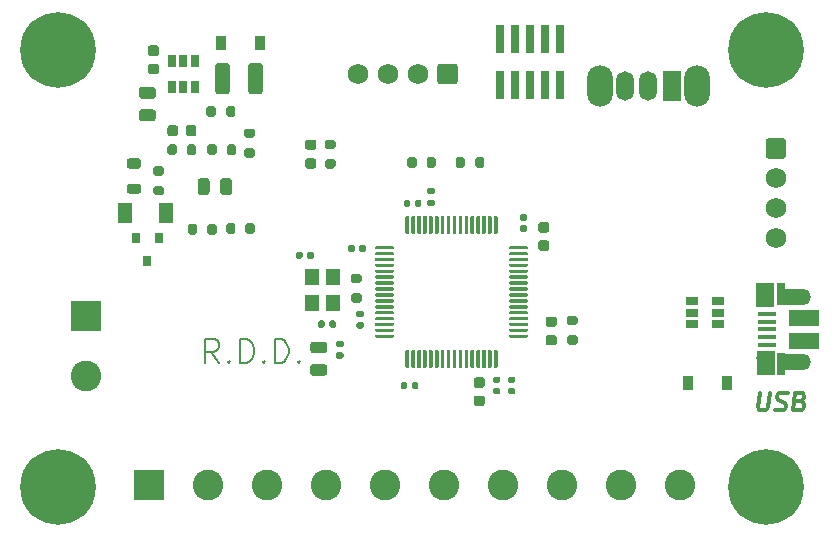
<source format=gbr>
%TF.GenerationSoftware,KiCad,Pcbnew,(5.1.9)-1*%
%TF.CreationDate,2021-03-08T12:26:08+05:30*%
%TF.ProjectId,STM32F4,53544d33-3246-4342-9e6b-696361645f70,rev?*%
%TF.SameCoordinates,Original*%
%TF.FileFunction,Soldermask,Top*%
%TF.FilePolarity,Negative*%
%FSLAX46Y46*%
G04 Gerber Fmt 4.6, Leading zero omitted, Abs format (unit mm)*
G04 Created by KiCad (PCBNEW (5.1.9)-1) date 2021-03-08 12:26:08*
%MOMM*%
%LPD*%
G01*
G04 APERTURE LIST*
%ADD10C,0.200000*%
%ADD11C,0.300000*%
%ADD12C,6.400000*%
%ADD13C,0.800000*%
%ADD14C,2.600000*%
%ADD15R,2.600000X2.600000*%
%ADD16R,0.740000X2.400000*%
%ADD17R,0.800000X0.900000*%
%ADD18R,0.650000X1.060000*%
%ADD19R,1.060000X0.650000*%
%ADD20R,1.200000X1.400000*%
%ADD21C,1.740000*%
%ADD22R,1.500000X2.500000*%
%ADD23O,1.500000X2.500000*%
%ADD24O,2.200000X3.500000*%
%ADD25R,2.000000X1.350000*%
%ADD26R,0.700000X1.825000*%
%ADD27R,1.500000X2.000000*%
%ADD28R,1.650000X0.400000*%
%ADD29O,1.500000X1.100000*%
%ADD30O,1.700000X1.350000*%
%ADD31R,2.500000X1.430000*%
%ADD32R,0.900000X1.200000*%
%ADD33R,1.300000X1.700000*%
G04 APERTURE END LIST*
D10*
X43640476Y-56454761D02*
X42973809Y-55502380D01*
X42497619Y-56454761D02*
X42497619Y-54454761D01*
X43259523Y-54454761D01*
X43450000Y-54550000D01*
X43545238Y-54645238D01*
X43640476Y-54835714D01*
X43640476Y-55121428D01*
X43545238Y-55311904D01*
X43450000Y-55407142D01*
X43259523Y-55502380D01*
X42497619Y-55502380D01*
X44497619Y-56264285D02*
X44592857Y-56359523D01*
X44497619Y-56454761D01*
X44402380Y-56359523D01*
X44497619Y-56264285D01*
X44497619Y-56454761D01*
X45450000Y-56454761D02*
X45450000Y-54454761D01*
X45926190Y-54454761D01*
X46211904Y-54550000D01*
X46402380Y-54740476D01*
X46497619Y-54930952D01*
X46592857Y-55311904D01*
X46592857Y-55597619D01*
X46497619Y-55978571D01*
X46402380Y-56169047D01*
X46211904Y-56359523D01*
X45926190Y-56454761D01*
X45450000Y-56454761D01*
X47450000Y-56264285D02*
X47545238Y-56359523D01*
X47450000Y-56454761D01*
X47354761Y-56359523D01*
X47450000Y-56264285D01*
X47450000Y-56454761D01*
X48402380Y-56454761D02*
X48402380Y-54454761D01*
X48878571Y-54454761D01*
X49164285Y-54550000D01*
X49354761Y-54740476D01*
X49450000Y-54930952D01*
X49545238Y-55311904D01*
X49545238Y-55597619D01*
X49450000Y-55978571D01*
X49354761Y-56169047D01*
X49164285Y-56359523D01*
X48878571Y-56454761D01*
X48402380Y-56454761D01*
X50402380Y-56264285D02*
X50497619Y-56359523D01*
X50402380Y-56454761D01*
X50307142Y-56359523D01*
X50402380Y-56264285D01*
X50402380Y-56454761D01*
D11*
X89438571Y-58978571D02*
X89286785Y-60192857D01*
X89340357Y-60335714D01*
X89402857Y-60407142D01*
X89536785Y-60478571D01*
X89822500Y-60478571D01*
X89974285Y-60407142D01*
X90054642Y-60335714D01*
X90143928Y-60192857D01*
X90295714Y-58978571D01*
X90760000Y-60407142D02*
X90965357Y-60478571D01*
X91322500Y-60478571D01*
X91474285Y-60407142D01*
X91554642Y-60335714D01*
X91643928Y-60192857D01*
X91661785Y-60050000D01*
X91608214Y-59907142D01*
X91545714Y-59835714D01*
X91411785Y-59764285D01*
X91135000Y-59692857D01*
X91001071Y-59621428D01*
X90938571Y-59550000D01*
X90885000Y-59407142D01*
X90902857Y-59264285D01*
X90992142Y-59121428D01*
X91072500Y-59050000D01*
X91224285Y-58978571D01*
X91581428Y-58978571D01*
X91786785Y-59050000D01*
X92849285Y-59692857D02*
X93054642Y-59764285D01*
X93117142Y-59835714D01*
X93170714Y-59978571D01*
X93143928Y-60192857D01*
X93054642Y-60335714D01*
X92974285Y-60407142D01*
X92822500Y-60478571D01*
X92251071Y-60478571D01*
X92438571Y-58978571D01*
X92938571Y-58978571D01*
X93072500Y-59050000D01*
X93135000Y-59121428D01*
X93188571Y-59264285D01*
X93170714Y-59407142D01*
X93081428Y-59550000D01*
X93001071Y-59621428D01*
X92849285Y-59692857D01*
X92349285Y-59692857D01*
%TO.C,C1*%
G36*
G01*
X37850000Y-31125000D02*
X38350000Y-31125000D01*
G75*
G02*
X38575000Y-31350000I0J-225000D01*
G01*
X38575000Y-31800000D01*
G75*
G02*
X38350000Y-32025000I-225000J0D01*
G01*
X37850000Y-32025000D01*
G75*
G02*
X37625000Y-31800000I0J225000D01*
G01*
X37625000Y-31350000D01*
G75*
G02*
X37850000Y-31125000I225000J0D01*
G01*
G37*
G36*
G01*
X37850000Y-29575000D02*
X38350000Y-29575000D01*
G75*
G02*
X38575000Y-29800000I0J-225000D01*
G01*
X38575000Y-30250000D01*
G75*
G02*
X38350000Y-30475000I-225000J0D01*
G01*
X37850000Y-30475000D01*
G75*
G02*
X37625000Y-30250000I0J225000D01*
G01*
X37625000Y-29800000D01*
G75*
G02*
X37850000Y-29575000I225000J0D01*
G01*
G37*
%TD*%
%TO.C,U3*%
G36*
G01*
X59436500Y-45481500D02*
X59436500Y-44081500D01*
G75*
G02*
X59511500Y-44006500I75000J0D01*
G01*
X59661500Y-44006500D01*
G75*
G02*
X59736500Y-44081500I0J-75000D01*
G01*
X59736500Y-45481500D01*
G75*
G02*
X59661500Y-45556500I-75000J0D01*
G01*
X59511500Y-45556500D01*
G75*
G02*
X59436500Y-45481500I0J75000D01*
G01*
G37*
G36*
G01*
X59936500Y-45481500D02*
X59936500Y-44081500D01*
G75*
G02*
X60011500Y-44006500I75000J0D01*
G01*
X60161500Y-44006500D01*
G75*
G02*
X60236500Y-44081500I0J-75000D01*
G01*
X60236500Y-45481500D01*
G75*
G02*
X60161500Y-45556500I-75000J0D01*
G01*
X60011500Y-45556500D01*
G75*
G02*
X59936500Y-45481500I0J75000D01*
G01*
G37*
G36*
G01*
X60436500Y-45481500D02*
X60436500Y-44081500D01*
G75*
G02*
X60511500Y-44006500I75000J0D01*
G01*
X60661500Y-44006500D01*
G75*
G02*
X60736500Y-44081500I0J-75000D01*
G01*
X60736500Y-45481500D01*
G75*
G02*
X60661500Y-45556500I-75000J0D01*
G01*
X60511500Y-45556500D01*
G75*
G02*
X60436500Y-45481500I0J75000D01*
G01*
G37*
G36*
G01*
X60936500Y-45481500D02*
X60936500Y-44081500D01*
G75*
G02*
X61011500Y-44006500I75000J0D01*
G01*
X61161500Y-44006500D01*
G75*
G02*
X61236500Y-44081500I0J-75000D01*
G01*
X61236500Y-45481500D01*
G75*
G02*
X61161500Y-45556500I-75000J0D01*
G01*
X61011500Y-45556500D01*
G75*
G02*
X60936500Y-45481500I0J75000D01*
G01*
G37*
G36*
G01*
X61436500Y-45481500D02*
X61436500Y-44081500D01*
G75*
G02*
X61511500Y-44006500I75000J0D01*
G01*
X61661500Y-44006500D01*
G75*
G02*
X61736500Y-44081500I0J-75000D01*
G01*
X61736500Y-45481500D01*
G75*
G02*
X61661500Y-45556500I-75000J0D01*
G01*
X61511500Y-45556500D01*
G75*
G02*
X61436500Y-45481500I0J75000D01*
G01*
G37*
G36*
G01*
X61936500Y-45481500D02*
X61936500Y-44081500D01*
G75*
G02*
X62011500Y-44006500I75000J0D01*
G01*
X62161500Y-44006500D01*
G75*
G02*
X62236500Y-44081500I0J-75000D01*
G01*
X62236500Y-45481500D01*
G75*
G02*
X62161500Y-45556500I-75000J0D01*
G01*
X62011500Y-45556500D01*
G75*
G02*
X61936500Y-45481500I0J75000D01*
G01*
G37*
G36*
G01*
X62436500Y-45481500D02*
X62436500Y-44081500D01*
G75*
G02*
X62511500Y-44006500I75000J0D01*
G01*
X62661500Y-44006500D01*
G75*
G02*
X62736500Y-44081500I0J-75000D01*
G01*
X62736500Y-45481500D01*
G75*
G02*
X62661500Y-45556500I-75000J0D01*
G01*
X62511500Y-45556500D01*
G75*
G02*
X62436500Y-45481500I0J75000D01*
G01*
G37*
G36*
G01*
X62936500Y-45481500D02*
X62936500Y-44081500D01*
G75*
G02*
X63011500Y-44006500I75000J0D01*
G01*
X63161500Y-44006500D01*
G75*
G02*
X63236500Y-44081500I0J-75000D01*
G01*
X63236500Y-45481500D01*
G75*
G02*
X63161500Y-45556500I-75000J0D01*
G01*
X63011500Y-45556500D01*
G75*
G02*
X62936500Y-45481500I0J75000D01*
G01*
G37*
G36*
G01*
X63436500Y-45481500D02*
X63436500Y-44081500D01*
G75*
G02*
X63511500Y-44006500I75000J0D01*
G01*
X63661500Y-44006500D01*
G75*
G02*
X63736500Y-44081500I0J-75000D01*
G01*
X63736500Y-45481500D01*
G75*
G02*
X63661500Y-45556500I-75000J0D01*
G01*
X63511500Y-45556500D01*
G75*
G02*
X63436500Y-45481500I0J75000D01*
G01*
G37*
G36*
G01*
X63936500Y-45481500D02*
X63936500Y-44081500D01*
G75*
G02*
X64011500Y-44006500I75000J0D01*
G01*
X64161500Y-44006500D01*
G75*
G02*
X64236500Y-44081500I0J-75000D01*
G01*
X64236500Y-45481500D01*
G75*
G02*
X64161500Y-45556500I-75000J0D01*
G01*
X64011500Y-45556500D01*
G75*
G02*
X63936500Y-45481500I0J75000D01*
G01*
G37*
G36*
G01*
X64436500Y-45481500D02*
X64436500Y-44081500D01*
G75*
G02*
X64511500Y-44006500I75000J0D01*
G01*
X64661500Y-44006500D01*
G75*
G02*
X64736500Y-44081500I0J-75000D01*
G01*
X64736500Y-45481500D01*
G75*
G02*
X64661500Y-45556500I-75000J0D01*
G01*
X64511500Y-45556500D01*
G75*
G02*
X64436500Y-45481500I0J75000D01*
G01*
G37*
G36*
G01*
X64936500Y-45481500D02*
X64936500Y-44081500D01*
G75*
G02*
X65011500Y-44006500I75000J0D01*
G01*
X65161500Y-44006500D01*
G75*
G02*
X65236500Y-44081500I0J-75000D01*
G01*
X65236500Y-45481500D01*
G75*
G02*
X65161500Y-45556500I-75000J0D01*
G01*
X65011500Y-45556500D01*
G75*
G02*
X64936500Y-45481500I0J75000D01*
G01*
G37*
G36*
G01*
X65436500Y-45481500D02*
X65436500Y-44081500D01*
G75*
G02*
X65511500Y-44006500I75000J0D01*
G01*
X65661500Y-44006500D01*
G75*
G02*
X65736500Y-44081500I0J-75000D01*
G01*
X65736500Y-45481500D01*
G75*
G02*
X65661500Y-45556500I-75000J0D01*
G01*
X65511500Y-45556500D01*
G75*
G02*
X65436500Y-45481500I0J75000D01*
G01*
G37*
G36*
G01*
X65936500Y-45481500D02*
X65936500Y-44081500D01*
G75*
G02*
X66011500Y-44006500I75000J0D01*
G01*
X66161500Y-44006500D01*
G75*
G02*
X66236500Y-44081500I0J-75000D01*
G01*
X66236500Y-45481500D01*
G75*
G02*
X66161500Y-45556500I-75000J0D01*
G01*
X66011500Y-45556500D01*
G75*
G02*
X65936500Y-45481500I0J75000D01*
G01*
G37*
G36*
G01*
X66436500Y-45481500D02*
X66436500Y-44081500D01*
G75*
G02*
X66511500Y-44006500I75000J0D01*
G01*
X66661500Y-44006500D01*
G75*
G02*
X66736500Y-44081500I0J-75000D01*
G01*
X66736500Y-45481500D01*
G75*
G02*
X66661500Y-45556500I-75000J0D01*
G01*
X66511500Y-45556500D01*
G75*
G02*
X66436500Y-45481500I0J75000D01*
G01*
G37*
G36*
G01*
X66936500Y-45481500D02*
X66936500Y-44081500D01*
G75*
G02*
X67011500Y-44006500I75000J0D01*
G01*
X67161500Y-44006500D01*
G75*
G02*
X67236500Y-44081500I0J-75000D01*
G01*
X67236500Y-45481500D01*
G75*
G02*
X67161500Y-45556500I-75000J0D01*
G01*
X67011500Y-45556500D01*
G75*
G02*
X66936500Y-45481500I0J75000D01*
G01*
G37*
G36*
G01*
X68236500Y-46781500D02*
X68236500Y-46631500D01*
G75*
G02*
X68311500Y-46556500I75000J0D01*
G01*
X69711500Y-46556500D01*
G75*
G02*
X69786500Y-46631500I0J-75000D01*
G01*
X69786500Y-46781500D01*
G75*
G02*
X69711500Y-46856500I-75000J0D01*
G01*
X68311500Y-46856500D01*
G75*
G02*
X68236500Y-46781500I0J75000D01*
G01*
G37*
G36*
G01*
X68236500Y-47281500D02*
X68236500Y-47131500D01*
G75*
G02*
X68311500Y-47056500I75000J0D01*
G01*
X69711500Y-47056500D01*
G75*
G02*
X69786500Y-47131500I0J-75000D01*
G01*
X69786500Y-47281500D01*
G75*
G02*
X69711500Y-47356500I-75000J0D01*
G01*
X68311500Y-47356500D01*
G75*
G02*
X68236500Y-47281500I0J75000D01*
G01*
G37*
G36*
G01*
X68236500Y-47781500D02*
X68236500Y-47631500D01*
G75*
G02*
X68311500Y-47556500I75000J0D01*
G01*
X69711500Y-47556500D01*
G75*
G02*
X69786500Y-47631500I0J-75000D01*
G01*
X69786500Y-47781500D01*
G75*
G02*
X69711500Y-47856500I-75000J0D01*
G01*
X68311500Y-47856500D01*
G75*
G02*
X68236500Y-47781500I0J75000D01*
G01*
G37*
G36*
G01*
X68236500Y-48281500D02*
X68236500Y-48131500D01*
G75*
G02*
X68311500Y-48056500I75000J0D01*
G01*
X69711500Y-48056500D01*
G75*
G02*
X69786500Y-48131500I0J-75000D01*
G01*
X69786500Y-48281500D01*
G75*
G02*
X69711500Y-48356500I-75000J0D01*
G01*
X68311500Y-48356500D01*
G75*
G02*
X68236500Y-48281500I0J75000D01*
G01*
G37*
G36*
G01*
X68236500Y-48781500D02*
X68236500Y-48631500D01*
G75*
G02*
X68311500Y-48556500I75000J0D01*
G01*
X69711500Y-48556500D01*
G75*
G02*
X69786500Y-48631500I0J-75000D01*
G01*
X69786500Y-48781500D01*
G75*
G02*
X69711500Y-48856500I-75000J0D01*
G01*
X68311500Y-48856500D01*
G75*
G02*
X68236500Y-48781500I0J75000D01*
G01*
G37*
G36*
G01*
X68236500Y-49281500D02*
X68236500Y-49131500D01*
G75*
G02*
X68311500Y-49056500I75000J0D01*
G01*
X69711500Y-49056500D01*
G75*
G02*
X69786500Y-49131500I0J-75000D01*
G01*
X69786500Y-49281500D01*
G75*
G02*
X69711500Y-49356500I-75000J0D01*
G01*
X68311500Y-49356500D01*
G75*
G02*
X68236500Y-49281500I0J75000D01*
G01*
G37*
G36*
G01*
X68236500Y-49781500D02*
X68236500Y-49631500D01*
G75*
G02*
X68311500Y-49556500I75000J0D01*
G01*
X69711500Y-49556500D01*
G75*
G02*
X69786500Y-49631500I0J-75000D01*
G01*
X69786500Y-49781500D01*
G75*
G02*
X69711500Y-49856500I-75000J0D01*
G01*
X68311500Y-49856500D01*
G75*
G02*
X68236500Y-49781500I0J75000D01*
G01*
G37*
G36*
G01*
X68236500Y-50281500D02*
X68236500Y-50131500D01*
G75*
G02*
X68311500Y-50056500I75000J0D01*
G01*
X69711500Y-50056500D01*
G75*
G02*
X69786500Y-50131500I0J-75000D01*
G01*
X69786500Y-50281500D01*
G75*
G02*
X69711500Y-50356500I-75000J0D01*
G01*
X68311500Y-50356500D01*
G75*
G02*
X68236500Y-50281500I0J75000D01*
G01*
G37*
G36*
G01*
X68236500Y-50781500D02*
X68236500Y-50631500D01*
G75*
G02*
X68311500Y-50556500I75000J0D01*
G01*
X69711500Y-50556500D01*
G75*
G02*
X69786500Y-50631500I0J-75000D01*
G01*
X69786500Y-50781500D01*
G75*
G02*
X69711500Y-50856500I-75000J0D01*
G01*
X68311500Y-50856500D01*
G75*
G02*
X68236500Y-50781500I0J75000D01*
G01*
G37*
G36*
G01*
X68236500Y-51281500D02*
X68236500Y-51131500D01*
G75*
G02*
X68311500Y-51056500I75000J0D01*
G01*
X69711500Y-51056500D01*
G75*
G02*
X69786500Y-51131500I0J-75000D01*
G01*
X69786500Y-51281500D01*
G75*
G02*
X69711500Y-51356500I-75000J0D01*
G01*
X68311500Y-51356500D01*
G75*
G02*
X68236500Y-51281500I0J75000D01*
G01*
G37*
G36*
G01*
X68236500Y-51781500D02*
X68236500Y-51631500D01*
G75*
G02*
X68311500Y-51556500I75000J0D01*
G01*
X69711500Y-51556500D01*
G75*
G02*
X69786500Y-51631500I0J-75000D01*
G01*
X69786500Y-51781500D01*
G75*
G02*
X69711500Y-51856500I-75000J0D01*
G01*
X68311500Y-51856500D01*
G75*
G02*
X68236500Y-51781500I0J75000D01*
G01*
G37*
G36*
G01*
X68236500Y-52281500D02*
X68236500Y-52131500D01*
G75*
G02*
X68311500Y-52056500I75000J0D01*
G01*
X69711500Y-52056500D01*
G75*
G02*
X69786500Y-52131500I0J-75000D01*
G01*
X69786500Y-52281500D01*
G75*
G02*
X69711500Y-52356500I-75000J0D01*
G01*
X68311500Y-52356500D01*
G75*
G02*
X68236500Y-52281500I0J75000D01*
G01*
G37*
G36*
G01*
X68236500Y-52781500D02*
X68236500Y-52631500D01*
G75*
G02*
X68311500Y-52556500I75000J0D01*
G01*
X69711500Y-52556500D01*
G75*
G02*
X69786500Y-52631500I0J-75000D01*
G01*
X69786500Y-52781500D01*
G75*
G02*
X69711500Y-52856500I-75000J0D01*
G01*
X68311500Y-52856500D01*
G75*
G02*
X68236500Y-52781500I0J75000D01*
G01*
G37*
G36*
G01*
X68236500Y-53281500D02*
X68236500Y-53131500D01*
G75*
G02*
X68311500Y-53056500I75000J0D01*
G01*
X69711500Y-53056500D01*
G75*
G02*
X69786500Y-53131500I0J-75000D01*
G01*
X69786500Y-53281500D01*
G75*
G02*
X69711500Y-53356500I-75000J0D01*
G01*
X68311500Y-53356500D01*
G75*
G02*
X68236500Y-53281500I0J75000D01*
G01*
G37*
G36*
G01*
X68236500Y-53781500D02*
X68236500Y-53631500D01*
G75*
G02*
X68311500Y-53556500I75000J0D01*
G01*
X69711500Y-53556500D01*
G75*
G02*
X69786500Y-53631500I0J-75000D01*
G01*
X69786500Y-53781500D01*
G75*
G02*
X69711500Y-53856500I-75000J0D01*
G01*
X68311500Y-53856500D01*
G75*
G02*
X68236500Y-53781500I0J75000D01*
G01*
G37*
G36*
G01*
X68236500Y-54281500D02*
X68236500Y-54131500D01*
G75*
G02*
X68311500Y-54056500I75000J0D01*
G01*
X69711500Y-54056500D01*
G75*
G02*
X69786500Y-54131500I0J-75000D01*
G01*
X69786500Y-54281500D01*
G75*
G02*
X69711500Y-54356500I-75000J0D01*
G01*
X68311500Y-54356500D01*
G75*
G02*
X68236500Y-54281500I0J75000D01*
G01*
G37*
G36*
G01*
X66936500Y-56831500D02*
X66936500Y-55431500D01*
G75*
G02*
X67011500Y-55356500I75000J0D01*
G01*
X67161500Y-55356500D01*
G75*
G02*
X67236500Y-55431500I0J-75000D01*
G01*
X67236500Y-56831500D01*
G75*
G02*
X67161500Y-56906500I-75000J0D01*
G01*
X67011500Y-56906500D01*
G75*
G02*
X66936500Y-56831500I0J75000D01*
G01*
G37*
G36*
G01*
X66436500Y-56831500D02*
X66436500Y-55431500D01*
G75*
G02*
X66511500Y-55356500I75000J0D01*
G01*
X66661500Y-55356500D01*
G75*
G02*
X66736500Y-55431500I0J-75000D01*
G01*
X66736500Y-56831500D01*
G75*
G02*
X66661500Y-56906500I-75000J0D01*
G01*
X66511500Y-56906500D01*
G75*
G02*
X66436500Y-56831500I0J75000D01*
G01*
G37*
G36*
G01*
X65936500Y-56831500D02*
X65936500Y-55431500D01*
G75*
G02*
X66011500Y-55356500I75000J0D01*
G01*
X66161500Y-55356500D01*
G75*
G02*
X66236500Y-55431500I0J-75000D01*
G01*
X66236500Y-56831500D01*
G75*
G02*
X66161500Y-56906500I-75000J0D01*
G01*
X66011500Y-56906500D01*
G75*
G02*
X65936500Y-56831500I0J75000D01*
G01*
G37*
G36*
G01*
X65436500Y-56831500D02*
X65436500Y-55431500D01*
G75*
G02*
X65511500Y-55356500I75000J0D01*
G01*
X65661500Y-55356500D01*
G75*
G02*
X65736500Y-55431500I0J-75000D01*
G01*
X65736500Y-56831500D01*
G75*
G02*
X65661500Y-56906500I-75000J0D01*
G01*
X65511500Y-56906500D01*
G75*
G02*
X65436500Y-56831500I0J75000D01*
G01*
G37*
G36*
G01*
X64936500Y-56831500D02*
X64936500Y-55431500D01*
G75*
G02*
X65011500Y-55356500I75000J0D01*
G01*
X65161500Y-55356500D01*
G75*
G02*
X65236500Y-55431500I0J-75000D01*
G01*
X65236500Y-56831500D01*
G75*
G02*
X65161500Y-56906500I-75000J0D01*
G01*
X65011500Y-56906500D01*
G75*
G02*
X64936500Y-56831500I0J75000D01*
G01*
G37*
G36*
G01*
X64436500Y-56831500D02*
X64436500Y-55431500D01*
G75*
G02*
X64511500Y-55356500I75000J0D01*
G01*
X64661500Y-55356500D01*
G75*
G02*
X64736500Y-55431500I0J-75000D01*
G01*
X64736500Y-56831500D01*
G75*
G02*
X64661500Y-56906500I-75000J0D01*
G01*
X64511500Y-56906500D01*
G75*
G02*
X64436500Y-56831500I0J75000D01*
G01*
G37*
G36*
G01*
X63936500Y-56831500D02*
X63936500Y-55431500D01*
G75*
G02*
X64011500Y-55356500I75000J0D01*
G01*
X64161500Y-55356500D01*
G75*
G02*
X64236500Y-55431500I0J-75000D01*
G01*
X64236500Y-56831500D01*
G75*
G02*
X64161500Y-56906500I-75000J0D01*
G01*
X64011500Y-56906500D01*
G75*
G02*
X63936500Y-56831500I0J75000D01*
G01*
G37*
G36*
G01*
X63436500Y-56831500D02*
X63436500Y-55431500D01*
G75*
G02*
X63511500Y-55356500I75000J0D01*
G01*
X63661500Y-55356500D01*
G75*
G02*
X63736500Y-55431500I0J-75000D01*
G01*
X63736500Y-56831500D01*
G75*
G02*
X63661500Y-56906500I-75000J0D01*
G01*
X63511500Y-56906500D01*
G75*
G02*
X63436500Y-56831500I0J75000D01*
G01*
G37*
G36*
G01*
X62936500Y-56831500D02*
X62936500Y-55431500D01*
G75*
G02*
X63011500Y-55356500I75000J0D01*
G01*
X63161500Y-55356500D01*
G75*
G02*
X63236500Y-55431500I0J-75000D01*
G01*
X63236500Y-56831500D01*
G75*
G02*
X63161500Y-56906500I-75000J0D01*
G01*
X63011500Y-56906500D01*
G75*
G02*
X62936500Y-56831500I0J75000D01*
G01*
G37*
G36*
G01*
X62436500Y-56831500D02*
X62436500Y-55431500D01*
G75*
G02*
X62511500Y-55356500I75000J0D01*
G01*
X62661500Y-55356500D01*
G75*
G02*
X62736500Y-55431500I0J-75000D01*
G01*
X62736500Y-56831500D01*
G75*
G02*
X62661500Y-56906500I-75000J0D01*
G01*
X62511500Y-56906500D01*
G75*
G02*
X62436500Y-56831500I0J75000D01*
G01*
G37*
G36*
G01*
X61936500Y-56831500D02*
X61936500Y-55431500D01*
G75*
G02*
X62011500Y-55356500I75000J0D01*
G01*
X62161500Y-55356500D01*
G75*
G02*
X62236500Y-55431500I0J-75000D01*
G01*
X62236500Y-56831500D01*
G75*
G02*
X62161500Y-56906500I-75000J0D01*
G01*
X62011500Y-56906500D01*
G75*
G02*
X61936500Y-56831500I0J75000D01*
G01*
G37*
G36*
G01*
X61436500Y-56831500D02*
X61436500Y-55431500D01*
G75*
G02*
X61511500Y-55356500I75000J0D01*
G01*
X61661500Y-55356500D01*
G75*
G02*
X61736500Y-55431500I0J-75000D01*
G01*
X61736500Y-56831500D01*
G75*
G02*
X61661500Y-56906500I-75000J0D01*
G01*
X61511500Y-56906500D01*
G75*
G02*
X61436500Y-56831500I0J75000D01*
G01*
G37*
G36*
G01*
X60936500Y-56831500D02*
X60936500Y-55431500D01*
G75*
G02*
X61011500Y-55356500I75000J0D01*
G01*
X61161500Y-55356500D01*
G75*
G02*
X61236500Y-55431500I0J-75000D01*
G01*
X61236500Y-56831500D01*
G75*
G02*
X61161500Y-56906500I-75000J0D01*
G01*
X61011500Y-56906500D01*
G75*
G02*
X60936500Y-56831500I0J75000D01*
G01*
G37*
G36*
G01*
X60436500Y-56831500D02*
X60436500Y-55431500D01*
G75*
G02*
X60511500Y-55356500I75000J0D01*
G01*
X60661500Y-55356500D01*
G75*
G02*
X60736500Y-55431500I0J-75000D01*
G01*
X60736500Y-56831500D01*
G75*
G02*
X60661500Y-56906500I-75000J0D01*
G01*
X60511500Y-56906500D01*
G75*
G02*
X60436500Y-56831500I0J75000D01*
G01*
G37*
G36*
G01*
X59936500Y-56831500D02*
X59936500Y-55431500D01*
G75*
G02*
X60011500Y-55356500I75000J0D01*
G01*
X60161500Y-55356500D01*
G75*
G02*
X60236500Y-55431500I0J-75000D01*
G01*
X60236500Y-56831500D01*
G75*
G02*
X60161500Y-56906500I-75000J0D01*
G01*
X60011500Y-56906500D01*
G75*
G02*
X59936500Y-56831500I0J75000D01*
G01*
G37*
G36*
G01*
X59436500Y-56831500D02*
X59436500Y-55431500D01*
G75*
G02*
X59511500Y-55356500I75000J0D01*
G01*
X59661500Y-55356500D01*
G75*
G02*
X59736500Y-55431500I0J-75000D01*
G01*
X59736500Y-56831500D01*
G75*
G02*
X59661500Y-56906500I-75000J0D01*
G01*
X59511500Y-56906500D01*
G75*
G02*
X59436500Y-56831500I0J75000D01*
G01*
G37*
G36*
G01*
X56886500Y-54281500D02*
X56886500Y-54131500D01*
G75*
G02*
X56961500Y-54056500I75000J0D01*
G01*
X58361500Y-54056500D01*
G75*
G02*
X58436500Y-54131500I0J-75000D01*
G01*
X58436500Y-54281500D01*
G75*
G02*
X58361500Y-54356500I-75000J0D01*
G01*
X56961500Y-54356500D01*
G75*
G02*
X56886500Y-54281500I0J75000D01*
G01*
G37*
G36*
G01*
X56886500Y-53781500D02*
X56886500Y-53631500D01*
G75*
G02*
X56961500Y-53556500I75000J0D01*
G01*
X58361500Y-53556500D01*
G75*
G02*
X58436500Y-53631500I0J-75000D01*
G01*
X58436500Y-53781500D01*
G75*
G02*
X58361500Y-53856500I-75000J0D01*
G01*
X56961500Y-53856500D01*
G75*
G02*
X56886500Y-53781500I0J75000D01*
G01*
G37*
G36*
G01*
X56886500Y-53281500D02*
X56886500Y-53131500D01*
G75*
G02*
X56961500Y-53056500I75000J0D01*
G01*
X58361500Y-53056500D01*
G75*
G02*
X58436500Y-53131500I0J-75000D01*
G01*
X58436500Y-53281500D01*
G75*
G02*
X58361500Y-53356500I-75000J0D01*
G01*
X56961500Y-53356500D01*
G75*
G02*
X56886500Y-53281500I0J75000D01*
G01*
G37*
G36*
G01*
X56886500Y-52781500D02*
X56886500Y-52631500D01*
G75*
G02*
X56961500Y-52556500I75000J0D01*
G01*
X58361500Y-52556500D01*
G75*
G02*
X58436500Y-52631500I0J-75000D01*
G01*
X58436500Y-52781500D01*
G75*
G02*
X58361500Y-52856500I-75000J0D01*
G01*
X56961500Y-52856500D01*
G75*
G02*
X56886500Y-52781500I0J75000D01*
G01*
G37*
G36*
G01*
X56886500Y-52281500D02*
X56886500Y-52131500D01*
G75*
G02*
X56961500Y-52056500I75000J0D01*
G01*
X58361500Y-52056500D01*
G75*
G02*
X58436500Y-52131500I0J-75000D01*
G01*
X58436500Y-52281500D01*
G75*
G02*
X58361500Y-52356500I-75000J0D01*
G01*
X56961500Y-52356500D01*
G75*
G02*
X56886500Y-52281500I0J75000D01*
G01*
G37*
G36*
G01*
X56886500Y-51781500D02*
X56886500Y-51631500D01*
G75*
G02*
X56961500Y-51556500I75000J0D01*
G01*
X58361500Y-51556500D01*
G75*
G02*
X58436500Y-51631500I0J-75000D01*
G01*
X58436500Y-51781500D01*
G75*
G02*
X58361500Y-51856500I-75000J0D01*
G01*
X56961500Y-51856500D01*
G75*
G02*
X56886500Y-51781500I0J75000D01*
G01*
G37*
G36*
G01*
X56886500Y-51281500D02*
X56886500Y-51131500D01*
G75*
G02*
X56961500Y-51056500I75000J0D01*
G01*
X58361500Y-51056500D01*
G75*
G02*
X58436500Y-51131500I0J-75000D01*
G01*
X58436500Y-51281500D01*
G75*
G02*
X58361500Y-51356500I-75000J0D01*
G01*
X56961500Y-51356500D01*
G75*
G02*
X56886500Y-51281500I0J75000D01*
G01*
G37*
G36*
G01*
X56886500Y-50781500D02*
X56886500Y-50631500D01*
G75*
G02*
X56961500Y-50556500I75000J0D01*
G01*
X58361500Y-50556500D01*
G75*
G02*
X58436500Y-50631500I0J-75000D01*
G01*
X58436500Y-50781500D01*
G75*
G02*
X58361500Y-50856500I-75000J0D01*
G01*
X56961500Y-50856500D01*
G75*
G02*
X56886500Y-50781500I0J75000D01*
G01*
G37*
G36*
G01*
X56886500Y-50281500D02*
X56886500Y-50131500D01*
G75*
G02*
X56961500Y-50056500I75000J0D01*
G01*
X58361500Y-50056500D01*
G75*
G02*
X58436500Y-50131500I0J-75000D01*
G01*
X58436500Y-50281500D01*
G75*
G02*
X58361500Y-50356500I-75000J0D01*
G01*
X56961500Y-50356500D01*
G75*
G02*
X56886500Y-50281500I0J75000D01*
G01*
G37*
G36*
G01*
X56886500Y-49781500D02*
X56886500Y-49631500D01*
G75*
G02*
X56961500Y-49556500I75000J0D01*
G01*
X58361500Y-49556500D01*
G75*
G02*
X58436500Y-49631500I0J-75000D01*
G01*
X58436500Y-49781500D01*
G75*
G02*
X58361500Y-49856500I-75000J0D01*
G01*
X56961500Y-49856500D01*
G75*
G02*
X56886500Y-49781500I0J75000D01*
G01*
G37*
G36*
G01*
X56886500Y-49281500D02*
X56886500Y-49131500D01*
G75*
G02*
X56961500Y-49056500I75000J0D01*
G01*
X58361500Y-49056500D01*
G75*
G02*
X58436500Y-49131500I0J-75000D01*
G01*
X58436500Y-49281500D01*
G75*
G02*
X58361500Y-49356500I-75000J0D01*
G01*
X56961500Y-49356500D01*
G75*
G02*
X56886500Y-49281500I0J75000D01*
G01*
G37*
G36*
G01*
X56886500Y-48781500D02*
X56886500Y-48631500D01*
G75*
G02*
X56961500Y-48556500I75000J0D01*
G01*
X58361500Y-48556500D01*
G75*
G02*
X58436500Y-48631500I0J-75000D01*
G01*
X58436500Y-48781500D01*
G75*
G02*
X58361500Y-48856500I-75000J0D01*
G01*
X56961500Y-48856500D01*
G75*
G02*
X56886500Y-48781500I0J75000D01*
G01*
G37*
G36*
G01*
X56886500Y-48281500D02*
X56886500Y-48131500D01*
G75*
G02*
X56961500Y-48056500I75000J0D01*
G01*
X58361500Y-48056500D01*
G75*
G02*
X58436500Y-48131500I0J-75000D01*
G01*
X58436500Y-48281500D01*
G75*
G02*
X58361500Y-48356500I-75000J0D01*
G01*
X56961500Y-48356500D01*
G75*
G02*
X56886500Y-48281500I0J75000D01*
G01*
G37*
G36*
G01*
X56886500Y-47781500D02*
X56886500Y-47631500D01*
G75*
G02*
X56961500Y-47556500I75000J0D01*
G01*
X58361500Y-47556500D01*
G75*
G02*
X58436500Y-47631500I0J-75000D01*
G01*
X58436500Y-47781500D01*
G75*
G02*
X58361500Y-47856500I-75000J0D01*
G01*
X56961500Y-47856500D01*
G75*
G02*
X56886500Y-47781500I0J75000D01*
G01*
G37*
G36*
G01*
X56886500Y-47281500D02*
X56886500Y-47131500D01*
G75*
G02*
X56961500Y-47056500I75000J0D01*
G01*
X58361500Y-47056500D01*
G75*
G02*
X58436500Y-47131500I0J-75000D01*
G01*
X58436500Y-47281500D01*
G75*
G02*
X58361500Y-47356500I-75000J0D01*
G01*
X56961500Y-47356500D01*
G75*
G02*
X56886500Y-47281500I0J75000D01*
G01*
G37*
G36*
G01*
X56886500Y-46781500D02*
X56886500Y-46631500D01*
G75*
G02*
X56961500Y-46556500I75000J0D01*
G01*
X58361500Y-46556500D01*
G75*
G02*
X58436500Y-46631500I0J-75000D01*
G01*
X58436500Y-46781500D01*
G75*
G02*
X58361500Y-46856500I-75000J0D01*
G01*
X56961500Y-46856500D01*
G75*
G02*
X56886500Y-46781500I0J75000D01*
G01*
G37*
%TD*%
D12*
%TO.C,H4*%
X90000000Y-67000000D03*
D13*
X92400000Y-67000000D03*
X91697056Y-68697056D03*
X90000000Y-69400000D03*
X88302944Y-68697056D03*
X87600000Y-67000000D03*
X88302944Y-65302944D03*
X90000000Y-64600000D03*
X91697056Y-65302944D03*
%TD*%
%TO.C,H3*%
X91697056Y-28302944D03*
X90000000Y-27600000D03*
X88302944Y-28302944D03*
X87600000Y-30000000D03*
X88302944Y-31697056D03*
X90000000Y-32400000D03*
X91697056Y-31697056D03*
X92400000Y-30000000D03*
D12*
X90000000Y-30000000D03*
%TD*%
D13*
%TO.C,H2*%
X31697056Y-28302944D03*
X30000000Y-27600000D03*
X28302944Y-28302944D03*
X27600000Y-30000000D03*
X28302944Y-31697056D03*
X30000000Y-32400000D03*
X31697056Y-31697056D03*
X32400000Y-30000000D03*
D12*
X30000000Y-30000000D03*
%TD*%
D13*
%TO.C,H1*%
X31697056Y-65302944D03*
X30000000Y-64600000D03*
X28302944Y-65302944D03*
X27600000Y-67000000D03*
X28302944Y-68697056D03*
X30000000Y-69400000D03*
X31697056Y-68697056D03*
X32400000Y-67000000D03*
D12*
X30000000Y-67000000D03*
%TD*%
%TO.C,C12*%
G36*
G01*
X55770000Y-52600000D02*
X55430000Y-52600000D01*
G75*
G02*
X55290000Y-52460000I0J140000D01*
G01*
X55290000Y-52180000D01*
G75*
G02*
X55430000Y-52040000I140000J0D01*
G01*
X55770000Y-52040000D01*
G75*
G02*
X55910000Y-52180000I0J-140000D01*
G01*
X55910000Y-52460000D01*
G75*
G02*
X55770000Y-52600000I-140000J0D01*
G01*
G37*
G36*
G01*
X55770000Y-53560000D02*
X55430000Y-53560000D01*
G75*
G02*
X55290000Y-53420000I0J140000D01*
G01*
X55290000Y-53140000D01*
G75*
G02*
X55430000Y-53000000I140000J0D01*
G01*
X55770000Y-53000000D01*
G75*
G02*
X55910000Y-53140000I0J-140000D01*
G01*
X55910000Y-53420000D01*
G75*
G02*
X55770000Y-53560000I-140000J0D01*
G01*
G37*
%TD*%
%TO.C,C2*%
G36*
G01*
X40188000Y-36550000D02*
X40188000Y-37050000D01*
G75*
G02*
X39963000Y-37275000I-225000J0D01*
G01*
X39513000Y-37275000D01*
G75*
G02*
X39288000Y-37050000I0J225000D01*
G01*
X39288000Y-36550000D01*
G75*
G02*
X39513000Y-36325000I225000J0D01*
G01*
X39963000Y-36325000D01*
G75*
G02*
X40188000Y-36550000I0J-225000D01*
G01*
G37*
G36*
G01*
X41738000Y-36550000D02*
X41738000Y-37050000D01*
G75*
G02*
X41513000Y-37275000I-225000J0D01*
G01*
X41063000Y-37275000D01*
G75*
G02*
X40838000Y-37050000I0J225000D01*
G01*
X40838000Y-36550000D01*
G75*
G02*
X41063000Y-36325000I225000J0D01*
G01*
X41513000Y-36325000D01*
G75*
G02*
X41738000Y-36550000I0J-225000D01*
G01*
G37*
%TD*%
%TO.C,R4*%
G36*
G01*
X44240000Y-35454000D02*
X44240000Y-34904000D01*
G75*
G02*
X44440000Y-34704000I200000J0D01*
G01*
X44840000Y-34704000D01*
G75*
G02*
X45040000Y-34904000I0J-200000D01*
G01*
X45040000Y-35454000D01*
G75*
G02*
X44840000Y-35654000I-200000J0D01*
G01*
X44440000Y-35654000D01*
G75*
G02*
X44240000Y-35454000I0J200000D01*
G01*
G37*
G36*
G01*
X42590000Y-35454000D02*
X42590000Y-34904000D01*
G75*
G02*
X42790000Y-34704000I200000J0D01*
G01*
X43190000Y-34704000D01*
G75*
G02*
X43390000Y-34904000I0J-200000D01*
G01*
X43390000Y-35454000D01*
G75*
G02*
X43190000Y-35654000I-200000J0D01*
G01*
X42790000Y-35654000D01*
G75*
G02*
X42590000Y-35454000I0J200000D01*
G01*
G37*
%TD*%
%TO.C,R3*%
G36*
G01*
X44304000Y-38692500D02*
X44304000Y-38142500D01*
G75*
G02*
X44504000Y-37942500I200000J0D01*
G01*
X44904000Y-37942500D01*
G75*
G02*
X45104000Y-38142500I0J-200000D01*
G01*
X45104000Y-38692500D01*
G75*
G02*
X44904000Y-38892500I-200000J0D01*
G01*
X44504000Y-38892500D01*
G75*
G02*
X44304000Y-38692500I0J200000D01*
G01*
G37*
G36*
G01*
X42654000Y-38692500D02*
X42654000Y-38142500D01*
G75*
G02*
X42854000Y-37942500I200000J0D01*
G01*
X43254000Y-37942500D01*
G75*
G02*
X43454000Y-38142500I0J-200000D01*
G01*
X43454000Y-38692500D01*
G75*
G02*
X43254000Y-38892500I-200000J0D01*
G01*
X42854000Y-38892500D01*
G75*
G02*
X42654000Y-38692500I0J200000D01*
G01*
G37*
%TD*%
%TO.C,R2*%
G36*
G01*
X41003000Y-45423500D02*
X41003000Y-44873500D01*
G75*
G02*
X41203000Y-44673500I200000J0D01*
G01*
X41603000Y-44673500D01*
G75*
G02*
X41803000Y-44873500I0J-200000D01*
G01*
X41803000Y-45423500D01*
G75*
G02*
X41603000Y-45623500I-200000J0D01*
G01*
X41203000Y-45623500D01*
G75*
G02*
X41003000Y-45423500I0J200000D01*
G01*
G37*
G36*
G01*
X42653000Y-45423500D02*
X42653000Y-44873500D01*
G75*
G02*
X42853000Y-44673500I200000J0D01*
G01*
X43253000Y-44673500D01*
G75*
G02*
X43453000Y-44873500I0J-200000D01*
G01*
X43453000Y-45423500D01*
G75*
G02*
X43253000Y-45623500I-200000J0D01*
G01*
X42853000Y-45623500D01*
G75*
G02*
X42653000Y-45423500I0J200000D01*
G01*
G37*
%TD*%
D14*
%TO.C,J1*%
X32385000Y-57531000D03*
D15*
X32385000Y-52451000D03*
%TD*%
D16*
%TO.C,J3*%
X72540000Y-29050000D03*
X72540000Y-32950000D03*
X71270000Y-29050000D03*
X71270000Y-32950000D03*
X70000000Y-29050000D03*
X70000000Y-32950000D03*
X68730000Y-29050000D03*
X68730000Y-32950000D03*
X67460000Y-29050000D03*
X67460000Y-32950000D03*
%TD*%
D17*
%TO.C,Q1*%
X37592000Y-47863000D03*
X36642000Y-45863000D03*
X38542000Y-45863000D03*
%TD*%
%TO.C,R13*%
G36*
G01*
X60375000Y-39225000D02*
X60375000Y-39775000D01*
G75*
G02*
X60175000Y-39975000I-200000J0D01*
G01*
X59775000Y-39975000D01*
G75*
G02*
X59575000Y-39775000I0J200000D01*
G01*
X59575000Y-39225000D01*
G75*
G02*
X59775000Y-39025000I200000J0D01*
G01*
X60175000Y-39025000D01*
G75*
G02*
X60375000Y-39225000I0J-200000D01*
G01*
G37*
G36*
G01*
X62025000Y-39225000D02*
X62025000Y-39775000D01*
G75*
G02*
X61825000Y-39975000I-200000J0D01*
G01*
X61425000Y-39975000D01*
G75*
G02*
X61225000Y-39775000I0J200000D01*
G01*
X61225000Y-39225000D01*
G75*
G02*
X61425000Y-39025000I200000J0D01*
G01*
X61825000Y-39025000D01*
G75*
G02*
X62025000Y-39225000I0J-200000D01*
G01*
G37*
%TD*%
D18*
%TO.C,U1*%
X39690000Y-33104000D03*
X40640000Y-33104000D03*
X41590000Y-33104000D03*
X41590000Y-30904000D03*
X39690000Y-30904000D03*
X40640000Y-30904000D03*
%TD*%
%TO.C,R1*%
G36*
G01*
X40088000Y-38142500D02*
X40088000Y-38692500D01*
G75*
G02*
X39888000Y-38892500I-200000J0D01*
G01*
X39488000Y-38892500D01*
G75*
G02*
X39288000Y-38692500I0J200000D01*
G01*
X39288000Y-38142500D01*
G75*
G02*
X39488000Y-37942500I200000J0D01*
G01*
X39888000Y-37942500D01*
G75*
G02*
X40088000Y-38142500I0J-200000D01*
G01*
G37*
G36*
G01*
X41738000Y-38142500D02*
X41738000Y-38692500D01*
G75*
G02*
X41538000Y-38892500I-200000J0D01*
G01*
X41138000Y-38892500D01*
G75*
G02*
X40938000Y-38692500I0J200000D01*
G01*
X40938000Y-38142500D01*
G75*
G02*
X41138000Y-37942500I200000J0D01*
G01*
X41538000Y-37942500D01*
G75*
G02*
X41738000Y-38142500I0J-200000D01*
G01*
G37*
%TD*%
%TO.C,R11*%
G36*
G01*
X55547000Y-49714000D02*
X54997000Y-49714000D01*
G75*
G02*
X54797000Y-49514000I0J200000D01*
G01*
X54797000Y-49114000D01*
G75*
G02*
X54997000Y-48914000I200000J0D01*
G01*
X55547000Y-48914000D01*
G75*
G02*
X55747000Y-49114000I0J-200000D01*
G01*
X55747000Y-49514000D01*
G75*
G02*
X55547000Y-49714000I-200000J0D01*
G01*
G37*
G36*
G01*
X55547000Y-51364000D02*
X54997000Y-51364000D01*
G75*
G02*
X54797000Y-51164000I0J200000D01*
G01*
X54797000Y-50764000D01*
G75*
G02*
X54997000Y-50564000I200000J0D01*
G01*
X55547000Y-50564000D01*
G75*
G02*
X55747000Y-50764000I0J-200000D01*
G01*
X55747000Y-51164000D01*
G75*
G02*
X55547000Y-51364000I-200000J0D01*
G01*
G37*
%TD*%
%TO.C,R10*%
G36*
G01*
X61785000Y-42160000D02*
X61415000Y-42160000D01*
G75*
G02*
X61280000Y-42025000I0J135000D01*
G01*
X61280000Y-41755000D01*
G75*
G02*
X61415000Y-41620000I135000J0D01*
G01*
X61785000Y-41620000D01*
G75*
G02*
X61920000Y-41755000I0J-135000D01*
G01*
X61920000Y-42025000D01*
G75*
G02*
X61785000Y-42160000I-135000J0D01*
G01*
G37*
G36*
G01*
X61785000Y-43180000D02*
X61415000Y-43180000D01*
G75*
G02*
X61280000Y-43045000I0J135000D01*
G01*
X61280000Y-42775000D01*
G75*
G02*
X61415000Y-42640000I135000J0D01*
G01*
X61785000Y-42640000D01*
G75*
G02*
X61920000Y-42775000I0J-135000D01*
G01*
X61920000Y-43045000D01*
G75*
G02*
X61785000Y-43180000I-135000J0D01*
G01*
G37*
%TD*%
D19*
%TO.C,U2*%
X85900000Y-52200000D03*
X85900000Y-51250000D03*
X85900000Y-53150000D03*
X83700000Y-53150000D03*
X83700000Y-52200000D03*
X83700000Y-51250000D03*
%TD*%
%TO.C,R6*%
G36*
G01*
X38819500Y-40628000D02*
X38269500Y-40628000D01*
G75*
G02*
X38069500Y-40428000I0J200000D01*
G01*
X38069500Y-40028000D01*
G75*
G02*
X38269500Y-39828000I200000J0D01*
G01*
X38819500Y-39828000D01*
G75*
G02*
X39019500Y-40028000I0J-200000D01*
G01*
X39019500Y-40428000D01*
G75*
G02*
X38819500Y-40628000I-200000J0D01*
G01*
G37*
G36*
G01*
X38819500Y-42278000D02*
X38269500Y-42278000D01*
G75*
G02*
X38069500Y-42078000I0J200000D01*
G01*
X38069500Y-41678000D01*
G75*
G02*
X38269500Y-41478000I200000J0D01*
G01*
X38819500Y-41478000D01*
G75*
G02*
X39019500Y-41678000I0J-200000D01*
G01*
X39019500Y-42078000D01*
G75*
G02*
X38819500Y-42278000I-200000J0D01*
G01*
G37*
%TD*%
%TO.C,R7*%
G36*
G01*
X44241000Y-45360000D02*
X44241000Y-44810000D01*
G75*
G02*
X44441000Y-44610000I200000J0D01*
G01*
X44841000Y-44610000D01*
G75*
G02*
X45041000Y-44810000I0J-200000D01*
G01*
X45041000Y-45360000D01*
G75*
G02*
X44841000Y-45560000I-200000J0D01*
G01*
X44441000Y-45560000D01*
G75*
G02*
X44241000Y-45360000I0J200000D01*
G01*
G37*
G36*
G01*
X45891000Y-45360000D02*
X45891000Y-44810000D01*
G75*
G02*
X46091000Y-44610000I200000J0D01*
G01*
X46491000Y-44610000D01*
G75*
G02*
X46691000Y-44810000I0J-200000D01*
G01*
X46691000Y-45360000D01*
G75*
G02*
X46491000Y-45560000I-200000J0D01*
G01*
X46091000Y-45560000D01*
G75*
G02*
X45891000Y-45360000I0J200000D01*
G01*
G37*
%TD*%
D20*
%TO.C,Y1*%
X53264500Y-49229500D03*
X53264500Y-51429500D03*
X51564500Y-51429500D03*
X51564500Y-49229500D03*
%TD*%
D21*
%TO.C,J4*%
X90800000Y-45920000D03*
X90800000Y-43380000D03*
X90800000Y-40840000D03*
G36*
G01*
X90179999Y-37430000D02*
X91420001Y-37430000D01*
G75*
G02*
X91670000Y-37679999I0J-249999D01*
G01*
X91670000Y-38920001D01*
G75*
G02*
X91420001Y-39170000I-249999J0D01*
G01*
X90179999Y-39170000D01*
G75*
G02*
X89930000Y-38920001I0J249999D01*
G01*
X89930000Y-37679999D01*
G75*
G02*
X90179999Y-37430000I249999J0D01*
G01*
G37*
%TD*%
%TO.C,R9*%
G36*
G01*
X73835000Y-54920000D02*
X73285000Y-54920000D01*
G75*
G02*
X73085000Y-54720000I0J200000D01*
G01*
X73085000Y-54320000D01*
G75*
G02*
X73285000Y-54120000I200000J0D01*
G01*
X73835000Y-54120000D01*
G75*
G02*
X74035000Y-54320000I0J-200000D01*
G01*
X74035000Y-54720000D01*
G75*
G02*
X73835000Y-54920000I-200000J0D01*
G01*
G37*
G36*
G01*
X73835000Y-53270000D02*
X73285000Y-53270000D01*
G75*
G02*
X73085000Y-53070000I0J200000D01*
G01*
X73085000Y-52670000D01*
G75*
G02*
X73285000Y-52470000I200000J0D01*
G01*
X73835000Y-52470000D01*
G75*
G02*
X74035000Y-52670000I0J-200000D01*
G01*
X74035000Y-53070000D01*
G75*
G02*
X73835000Y-53270000I-200000J0D01*
G01*
G37*
%TD*%
D22*
%TO.C,SW1*%
X82000000Y-33000000D03*
D23*
X80000000Y-33000000D03*
X78000000Y-33000000D03*
D24*
X84100000Y-33000000D03*
X75900000Y-33000000D03*
%TD*%
D15*
%TO.C,J2*%
X37719000Y-66802000D03*
D14*
X42719000Y-66802000D03*
X47719000Y-66802000D03*
X52719000Y-66802000D03*
X57719000Y-66802000D03*
X62719000Y-66802000D03*
X67719000Y-66802000D03*
X72719000Y-66802000D03*
X77719000Y-66802000D03*
X82719000Y-66802000D03*
%TD*%
%TO.C,L1*%
G36*
G01*
X43314000Y-33460000D02*
X43314000Y-31310000D01*
G75*
G02*
X43564000Y-31060000I250000J0D01*
G01*
X44314000Y-31060000D01*
G75*
G02*
X44564000Y-31310000I0J-250000D01*
G01*
X44564000Y-33460000D01*
G75*
G02*
X44314000Y-33710000I-250000J0D01*
G01*
X43564000Y-33710000D01*
G75*
G02*
X43314000Y-33460000I0J250000D01*
G01*
G37*
G36*
G01*
X46114000Y-33460000D02*
X46114000Y-31310000D01*
G75*
G02*
X46364000Y-31060000I250000J0D01*
G01*
X47114000Y-31060000D01*
G75*
G02*
X47364000Y-31310000I0J-250000D01*
G01*
X47364000Y-33460000D01*
G75*
G02*
X47114000Y-33710000I-250000J0D01*
G01*
X46364000Y-33710000D01*
G75*
G02*
X46114000Y-33460000I0J250000D01*
G01*
G37*
%TD*%
%TO.C,R12*%
G36*
G01*
X63675000Y-39775000D02*
X63675000Y-39225000D01*
G75*
G02*
X63875000Y-39025000I200000J0D01*
G01*
X64275000Y-39025000D01*
G75*
G02*
X64475000Y-39225000I0J-200000D01*
G01*
X64475000Y-39775000D01*
G75*
G02*
X64275000Y-39975000I-200000J0D01*
G01*
X63875000Y-39975000D01*
G75*
G02*
X63675000Y-39775000I0J200000D01*
G01*
G37*
G36*
G01*
X65325000Y-39775000D02*
X65325000Y-39225000D01*
G75*
G02*
X65525000Y-39025000I200000J0D01*
G01*
X65925000Y-39025000D01*
G75*
G02*
X66125000Y-39225000I0J-200000D01*
G01*
X66125000Y-39775000D01*
G75*
G02*
X65925000Y-39975000I-200000J0D01*
G01*
X65525000Y-39975000D01*
G75*
G02*
X65325000Y-39775000I0J200000D01*
G01*
G37*
%TD*%
%TO.C,J5*%
G36*
G01*
X63870000Y-31379999D02*
X63870000Y-32620001D01*
G75*
G02*
X63620001Y-32870000I-249999J0D01*
G01*
X62379999Y-32870000D01*
G75*
G02*
X62130000Y-32620001I0J249999D01*
G01*
X62130000Y-31379999D01*
G75*
G02*
X62379999Y-31130000I249999J0D01*
G01*
X63620001Y-31130000D01*
G75*
G02*
X63870000Y-31379999I0J-249999D01*
G01*
G37*
D21*
X60460000Y-32000000D03*
X57920000Y-32000000D03*
X55380000Y-32000000D03*
%TD*%
%TO.C,R5*%
G36*
G01*
X53335500Y-40006000D02*
X52785500Y-40006000D01*
G75*
G02*
X52585500Y-39806000I0J200000D01*
G01*
X52585500Y-39406000D01*
G75*
G02*
X52785500Y-39206000I200000J0D01*
G01*
X53335500Y-39206000D01*
G75*
G02*
X53535500Y-39406000I0J-200000D01*
G01*
X53535500Y-39806000D01*
G75*
G02*
X53335500Y-40006000I-200000J0D01*
G01*
G37*
G36*
G01*
X53335500Y-38356000D02*
X52785500Y-38356000D01*
G75*
G02*
X52585500Y-38156000I0J200000D01*
G01*
X52585500Y-37756000D01*
G75*
G02*
X52785500Y-37556000I200000J0D01*
G01*
X53335500Y-37556000D01*
G75*
G02*
X53535500Y-37756000I0J-200000D01*
G01*
X53535500Y-38156000D01*
G75*
G02*
X53335500Y-38356000I-200000J0D01*
G01*
G37*
%TD*%
D25*
%TO.C,J6*%
X91985000Y-50875000D03*
X91985000Y-56355000D03*
D26*
X91235000Y-56575000D03*
X91235000Y-50625000D03*
D27*
X89935000Y-56475000D03*
X89915000Y-50725000D03*
D28*
X90035000Y-54925000D03*
X90035000Y-54275000D03*
X90035000Y-53625000D03*
X90035000Y-52975000D03*
X90035000Y-52325000D03*
D29*
X89915000Y-56045000D03*
X89915000Y-51205000D03*
D30*
X92915000Y-56355000D03*
X92915000Y-50895000D03*
D31*
X93185000Y-54585000D03*
X93185000Y-52665000D03*
%TD*%
%TO.C,L2*%
G36*
G01*
X54047500Y-56126000D02*
X53702500Y-56126000D01*
G75*
G02*
X53555000Y-55978500I0J147500D01*
G01*
X53555000Y-55683500D01*
G75*
G02*
X53702500Y-55536000I147500J0D01*
G01*
X54047500Y-55536000D01*
G75*
G02*
X54195000Y-55683500I0J-147500D01*
G01*
X54195000Y-55978500D01*
G75*
G02*
X54047500Y-56126000I-147500J0D01*
G01*
G37*
G36*
G01*
X54047500Y-55156000D02*
X53702500Y-55156000D01*
G75*
G02*
X53555000Y-55008500I0J147500D01*
G01*
X53555000Y-54713500D01*
G75*
G02*
X53702500Y-54566000I147500J0D01*
G01*
X54047500Y-54566000D01*
G75*
G02*
X54195000Y-54713500I0J-147500D01*
G01*
X54195000Y-55008500D01*
G75*
G02*
X54047500Y-55156000I-147500J0D01*
G01*
G37*
%TD*%
%TO.C,R8*%
G36*
G01*
X45953000Y-36621000D02*
X46503000Y-36621000D01*
G75*
G02*
X46703000Y-36821000I0J-200000D01*
G01*
X46703000Y-37221000D01*
G75*
G02*
X46503000Y-37421000I-200000J0D01*
G01*
X45953000Y-37421000D01*
G75*
G02*
X45753000Y-37221000I0J200000D01*
G01*
X45753000Y-36821000D01*
G75*
G02*
X45953000Y-36621000I200000J0D01*
G01*
G37*
G36*
G01*
X45953000Y-38271000D02*
X46503000Y-38271000D01*
G75*
G02*
X46703000Y-38471000I0J-200000D01*
G01*
X46703000Y-38871000D01*
G75*
G02*
X46503000Y-39071000I-200000J0D01*
G01*
X45953000Y-39071000D01*
G75*
G02*
X45753000Y-38871000I0J200000D01*
G01*
X45753000Y-38471000D01*
G75*
G02*
X45953000Y-38271000I200000J0D01*
G01*
G37*
%TD*%
%TO.C,C3*%
G36*
G01*
X41857000Y-42004000D02*
X41857000Y-41054000D01*
G75*
G02*
X42107000Y-40804000I250000J0D01*
G01*
X42607000Y-40804000D01*
G75*
G02*
X42857000Y-41054000I0J-250000D01*
G01*
X42857000Y-42004000D01*
G75*
G02*
X42607000Y-42254000I-250000J0D01*
G01*
X42107000Y-42254000D01*
G75*
G02*
X41857000Y-42004000I0J250000D01*
G01*
G37*
G36*
G01*
X43757000Y-42004000D02*
X43757000Y-41054000D01*
G75*
G02*
X44007000Y-40804000I250000J0D01*
G01*
X44507000Y-40804000D01*
G75*
G02*
X44757000Y-41054000I0J-250000D01*
G01*
X44757000Y-42004000D01*
G75*
G02*
X44507000Y-42254000I-250000J0D01*
G01*
X44007000Y-42254000D01*
G75*
G02*
X43757000Y-42004000I0J250000D01*
G01*
G37*
%TD*%
%TO.C,C16*%
G36*
G01*
X52586280Y-53009980D02*
X52586280Y-53349980D01*
G75*
G02*
X52446280Y-53489980I-140000J0D01*
G01*
X52166280Y-53489980D01*
G75*
G02*
X52026280Y-53349980I0J140000D01*
G01*
X52026280Y-53009980D01*
G75*
G02*
X52166280Y-52869980I140000J0D01*
G01*
X52446280Y-52869980D01*
G75*
G02*
X52586280Y-53009980I0J-140000D01*
G01*
G37*
G36*
G01*
X53546280Y-53009980D02*
X53546280Y-53349980D01*
G75*
G02*
X53406280Y-53489980I-140000J0D01*
G01*
X53126280Y-53489980D01*
G75*
G02*
X52986280Y-53349980I0J140000D01*
G01*
X52986280Y-53009980D01*
G75*
G02*
X53126280Y-52869980I140000J0D01*
G01*
X53406280Y-52869980D01*
G75*
G02*
X53546280Y-53009980I0J-140000D01*
G01*
G37*
%TD*%
D32*
%TO.C,D1*%
X83350000Y-58200000D03*
X86650000Y-58200000D03*
%TD*%
D33*
%TO.C,D3*%
X39150000Y-43800000D03*
X35650000Y-43800000D03*
%TD*%
%TO.C,D2*%
G36*
G01*
X51665750Y-40006000D02*
X51153250Y-40006000D01*
G75*
G02*
X50934500Y-39787250I0J218750D01*
G01*
X50934500Y-39349750D01*
G75*
G02*
X51153250Y-39131000I218750J0D01*
G01*
X51665750Y-39131000D01*
G75*
G02*
X51884500Y-39349750I0J-218750D01*
G01*
X51884500Y-39787250D01*
G75*
G02*
X51665750Y-40006000I-218750J0D01*
G01*
G37*
G36*
G01*
X51665750Y-38431000D02*
X51153250Y-38431000D01*
G75*
G02*
X50934500Y-38212250I0J218750D01*
G01*
X50934500Y-37774750D01*
G75*
G02*
X51153250Y-37556000I218750J0D01*
G01*
X51665750Y-37556000D01*
G75*
G02*
X51884500Y-37774750I0J-218750D01*
G01*
X51884500Y-38212250D01*
G75*
G02*
X51665750Y-38431000I-218750J0D01*
G01*
G37*
%TD*%
D32*
%TO.C,D4*%
X47116000Y-29337000D03*
X43816000Y-29337000D03*
%TD*%
%TO.C,D5*%
G36*
G01*
X72038250Y-54983500D02*
X71525750Y-54983500D01*
G75*
G02*
X71307000Y-54764750I0J218750D01*
G01*
X71307000Y-54327250D01*
G75*
G02*
X71525750Y-54108500I218750J0D01*
G01*
X72038250Y-54108500D01*
G75*
G02*
X72257000Y-54327250I0J-218750D01*
G01*
X72257000Y-54764750D01*
G75*
G02*
X72038250Y-54983500I-218750J0D01*
G01*
G37*
G36*
G01*
X72038250Y-53408500D02*
X71525750Y-53408500D01*
G75*
G02*
X71307000Y-53189750I0J218750D01*
G01*
X71307000Y-52752250D01*
G75*
G02*
X71525750Y-52533500I218750J0D01*
G01*
X72038250Y-52533500D01*
G75*
G02*
X72257000Y-52752250I0J-218750D01*
G01*
X72257000Y-53189750D01*
G75*
G02*
X72038250Y-53408500I-218750J0D01*
G01*
G37*
%TD*%
%TO.C,FB1*%
G36*
G01*
X36068750Y-41275000D02*
X36831250Y-41275000D01*
G75*
G02*
X37050000Y-41493750I0J-218750D01*
G01*
X37050000Y-41931250D01*
G75*
G02*
X36831250Y-42150000I-218750J0D01*
G01*
X36068750Y-42150000D01*
G75*
G02*
X35850000Y-41931250I0J218750D01*
G01*
X35850000Y-41493750D01*
G75*
G02*
X36068750Y-41275000I218750J0D01*
G01*
G37*
G36*
G01*
X36068750Y-39150000D02*
X36831250Y-39150000D01*
G75*
G02*
X37050000Y-39368750I0J-218750D01*
G01*
X37050000Y-39806250D01*
G75*
G02*
X36831250Y-40025000I-218750J0D01*
G01*
X36068750Y-40025000D01*
G75*
G02*
X35850000Y-39806250I0J218750D01*
G01*
X35850000Y-39368750D01*
G75*
G02*
X36068750Y-39150000I218750J0D01*
G01*
G37*
%TD*%
%TO.C,C7*%
G36*
G01*
X59274500Y-43133500D02*
X59274500Y-42793500D01*
G75*
G02*
X59414500Y-42653500I140000J0D01*
G01*
X59694500Y-42653500D01*
G75*
G02*
X59834500Y-42793500I0J-140000D01*
G01*
X59834500Y-43133500D01*
G75*
G02*
X59694500Y-43273500I-140000J0D01*
G01*
X59414500Y-43273500D01*
G75*
G02*
X59274500Y-43133500I0J140000D01*
G01*
G37*
G36*
G01*
X60234500Y-43133500D02*
X60234500Y-42793500D01*
G75*
G02*
X60374500Y-42653500I140000J0D01*
G01*
X60654500Y-42653500D01*
G75*
G02*
X60794500Y-42793500I0J-140000D01*
G01*
X60794500Y-43133500D01*
G75*
G02*
X60654500Y-43273500I-140000J0D01*
G01*
X60374500Y-43273500D01*
G75*
G02*
X60234500Y-43133500I0J140000D01*
G01*
G37*
%TD*%
%TO.C,C5*%
G36*
G01*
X66996600Y-58574000D02*
X67336600Y-58574000D01*
G75*
G02*
X67476600Y-58714000I0J-140000D01*
G01*
X67476600Y-58994000D01*
G75*
G02*
X67336600Y-59134000I-140000J0D01*
G01*
X66996600Y-59134000D01*
G75*
G02*
X66856600Y-58994000I0J140000D01*
G01*
X66856600Y-58714000D01*
G75*
G02*
X66996600Y-58574000I140000J0D01*
G01*
G37*
G36*
G01*
X66996600Y-57614000D02*
X67336600Y-57614000D01*
G75*
G02*
X67476600Y-57754000I0J-140000D01*
G01*
X67476600Y-58034000D01*
G75*
G02*
X67336600Y-58174000I-140000J0D01*
G01*
X66996600Y-58174000D01*
G75*
G02*
X66856600Y-58034000I0J140000D01*
G01*
X66856600Y-57754000D01*
G75*
G02*
X66996600Y-57614000I140000J0D01*
G01*
G37*
%TD*%
%TO.C,C8*%
G36*
G01*
X69602500Y-45374500D02*
X69262500Y-45374500D01*
G75*
G02*
X69122500Y-45234500I0J140000D01*
G01*
X69122500Y-44954500D01*
G75*
G02*
X69262500Y-44814500I140000J0D01*
G01*
X69602500Y-44814500D01*
G75*
G02*
X69742500Y-44954500I0J-140000D01*
G01*
X69742500Y-45234500D01*
G75*
G02*
X69602500Y-45374500I-140000J0D01*
G01*
G37*
G36*
G01*
X69602500Y-44414500D02*
X69262500Y-44414500D01*
G75*
G02*
X69122500Y-44274500I0J140000D01*
G01*
X69122500Y-43994500D01*
G75*
G02*
X69262500Y-43854500I140000J0D01*
G01*
X69602500Y-43854500D01*
G75*
G02*
X69742500Y-43994500I0J-140000D01*
G01*
X69742500Y-44274500D01*
G75*
G02*
X69602500Y-44414500I-140000J0D01*
G01*
G37*
%TD*%
%TO.C,C11*%
G36*
G01*
X51622000Y-56558000D02*
X52572000Y-56558000D01*
G75*
G02*
X52822000Y-56808000I0J-250000D01*
G01*
X52822000Y-57308000D01*
G75*
G02*
X52572000Y-57558000I-250000J0D01*
G01*
X51622000Y-57558000D01*
G75*
G02*
X51372000Y-57308000I0J250000D01*
G01*
X51372000Y-56808000D01*
G75*
G02*
X51622000Y-56558000I250000J0D01*
G01*
G37*
G36*
G01*
X51622000Y-54658000D02*
X52572000Y-54658000D01*
G75*
G02*
X52822000Y-54908000I0J-250000D01*
G01*
X52822000Y-55408000D01*
G75*
G02*
X52572000Y-55658000I-250000J0D01*
G01*
X51622000Y-55658000D01*
G75*
G02*
X51372000Y-55408000I0J250000D01*
G01*
X51372000Y-54908000D01*
G75*
G02*
X51622000Y-54658000I250000J0D01*
G01*
G37*
%TD*%
%TO.C,C14*%
G36*
G01*
X71397000Y-46982500D02*
X70897000Y-46982500D01*
G75*
G02*
X70672000Y-46757500I0J225000D01*
G01*
X70672000Y-46307500D01*
G75*
G02*
X70897000Y-46082500I225000J0D01*
G01*
X71397000Y-46082500D01*
G75*
G02*
X71622000Y-46307500I0J-225000D01*
G01*
X71622000Y-46757500D01*
G75*
G02*
X71397000Y-46982500I-225000J0D01*
G01*
G37*
G36*
G01*
X71397000Y-45432500D02*
X70897000Y-45432500D01*
G75*
G02*
X70672000Y-45207500I0J225000D01*
G01*
X70672000Y-44757500D01*
G75*
G02*
X70897000Y-44532500I225000J0D01*
G01*
X71397000Y-44532500D01*
G75*
G02*
X71622000Y-44757500I0J-225000D01*
G01*
X71622000Y-45207500D01*
G75*
G02*
X71397000Y-45432500I-225000J0D01*
G01*
G37*
%TD*%
%TO.C,C13*%
G36*
G01*
X65436000Y-57677000D02*
X65936000Y-57677000D01*
G75*
G02*
X66161000Y-57902000I0J-225000D01*
G01*
X66161000Y-58352000D01*
G75*
G02*
X65936000Y-58577000I-225000J0D01*
G01*
X65436000Y-58577000D01*
G75*
G02*
X65211000Y-58352000I0J225000D01*
G01*
X65211000Y-57902000D01*
G75*
G02*
X65436000Y-57677000I225000J0D01*
G01*
G37*
G36*
G01*
X65436000Y-59227000D02*
X65936000Y-59227000D01*
G75*
G02*
X66161000Y-59452000I0J-225000D01*
G01*
X66161000Y-59902000D01*
G75*
G02*
X65936000Y-60127000I-225000J0D01*
G01*
X65436000Y-60127000D01*
G75*
G02*
X65211000Y-59902000I0J225000D01*
G01*
X65211000Y-59452000D01*
G75*
G02*
X65436000Y-59227000I225000J0D01*
G01*
G37*
%TD*%
%TO.C,C15*%
G36*
G01*
X51689540Y-47185760D02*
X51689540Y-47525760D01*
G75*
G02*
X51549540Y-47665760I-140000J0D01*
G01*
X51269540Y-47665760D01*
G75*
G02*
X51129540Y-47525760I0J140000D01*
G01*
X51129540Y-47185760D01*
G75*
G02*
X51269540Y-47045760I140000J0D01*
G01*
X51549540Y-47045760D01*
G75*
G02*
X51689540Y-47185760I0J-140000D01*
G01*
G37*
G36*
G01*
X50729540Y-47185760D02*
X50729540Y-47525760D01*
G75*
G02*
X50589540Y-47665760I-140000J0D01*
G01*
X50309540Y-47665760D01*
G75*
G02*
X50169540Y-47525760I0J140000D01*
G01*
X50169540Y-47185760D01*
G75*
G02*
X50309540Y-47045760I140000J0D01*
G01*
X50589540Y-47045760D01*
G75*
G02*
X50729540Y-47185760I0J-140000D01*
G01*
G37*
%TD*%
%TO.C,C9*%
G36*
G01*
X59580000Y-58230000D02*
X59580000Y-58570000D01*
G75*
G02*
X59440000Y-58710000I-140000J0D01*
G01*
X59160000Y-58710000D01*
G75*
G02*
X59020000Y-58570000I0J140000D01*
G01*
X59020000Y-58230000D01*
G75*
G02*
X59160000Y-58090000I140000J0D01*
G01*
X59440000Y-58090000D01*
G75*
G02*
X59580000Y-58230000I0J-140000D01*
G01*
G37*
G36*
G01*
X60540000Y-58230000D02*
X60540000Y-58570000D01*
G75*
G02*
X60400000Y-58710000I-140000J0D01*
G01*
X60120000Y-58710000D01*
G75*
G02*
X59980000Y-58570000I0J140000D01*
G01*
X59980000Y-58230000D01*
G75*
G02*
X60120000Y-58090000I140000J0D01*
G01*
X60400000Y-58090000D01*
G75*
G02*
X60540000Y-58230000I0J-140000D01*
G01*
G37*
%TD*%
%TO.C,C6*%
G36*
G01*
X55135500Y-46603500D02*
X55135500Y-46943500D01*
G75*
G02*
X54995500Y-47083500I-140000J0D01*
G01*
X54715500Y-47083500D01*
G75*
G02*
X54575500Y-46943500I0J140000D01*
G01*
X54575500Y-46603500D01*
G75*
G02*
X54715500Y-46463500I140000J0D01*
G01*
X54995500Y-46463500D01*
G75*
G02*
X55135500Y-46603500I0J-140000D01*
G01*
G37*
G36*
G01*
X56095500Y-46603500D02*
X56095500Y-46943500D01*
G75*
G02*
X55955500Y-47083500I-140000J0D01*
G01*
X55675500Y-47083500D01*
G75*
G02*
X55535500Y-46943500I0J140000D01*
G01*
X55535500Y-46603500D01*
G75*
G02*
X55675500Y-46463500I140000J0D01*
G01*
X55955500Y-46463500D01*
G75*
G02*
X56095500Y-46603500I0J-140000D01*
G01*
G37*
%TD*%
%TO.C,C4*%
G36*
G01*
X37117000Y-34994000D02*
X38067000Y-34994000D01*
G75*
G02*
X38317000Y-35244000I0J-250000D01*
G01*
X38317000Y-35744000D01*
G75*
G02*
X38067000Y-35994000I-250000J0D01*
G01*
X37117000Y-35994000D01*
G75*
G02*
X36867000Y-35744000I0J250000D01*
G01*
X36867000Y-35244000D01*
G75*
G02*
X37117000Y-34994000I250000J0D01*
G01*
G37*
G36*
G01*
X37117000Y-33094000D02*
X38067000Y-33094000D01*
G75*
G02*
X38317000Y-33344000I0J-250000D01*
G01*
X38317000Y-33844000D01*
G75*
G02*
X38067000Y-34094000I-250000J0D01*
G01*
X37117000Y-34094000D01*
G75*
G02*
X36867000Y-33844000I0J250000D01*
G01*
X36867000Y-33344000D01*
G75*
G02*
X37117000Y-33094000I250000J0D01*
G01*
G37*
%TD*%
%TO.C,C10*%
G36*
G01*
X68266600Y-57614000D02*
X68606600Y-57614000D01*
G75*
G02*
X68746600Y-57754000I0J-140000D01*
G01*
X68746600Y-58034000D01*
G75*
G02*
X68606600Y-58174000I-140000J0D01*
G01*
X68266600Y-58174000D01*
G75*
G02*
X68126600Y-58034000I0J140000D01*
G01*
X68126600Y-57754000D01*
G75*
G02*
X68266600Y-57614000I140000J0D01*
G01*
G37*
G36*
G01*
X68266600Y-58574000D02*
X68606600Y-58574000D01*
G75*
G02*
X68746600Y-58714000I0J-140000D01*
G01*
X68746600Y-58994000D01*
G75*
G02*
X68606600Y-59134000I-140000J0D01*
G01*
X68266600Y-59134000D01*
G75*
G02*
X68126600Y-58994000I0J140000D01*
G01*
X68126600Y-58714000D01*
G75*
G02*
X68266600Y-58574000I140000J0D01*
G01*
G37*
%TD*%
M02*

</source>
